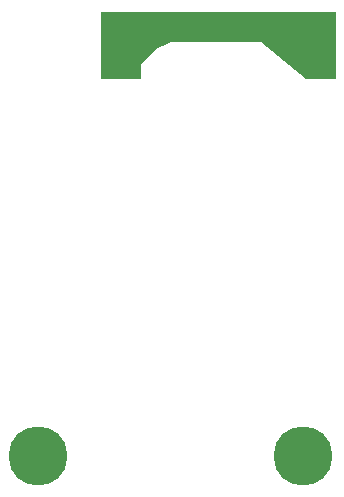
<source format=gbs>
G04 Layer: BottomSolderMaskLayer*
G04 EasyEDA v6.5.54, 2026-02-02 14:17:09*
G04 bcfb6501049744fd9474f124fab8c73b,b56bf7277742442884ecbff68b5c164c,10*
G04 Gerber Generator version 0.2*
G04 Scale: 100 percent, Rotated: No, Reflected: No *
G04 Dimensions in millimeters *
G04 leading zeros omitted , absolute positions ,4 integer and 5 decimal *
%FSLAX45Y45*%
%MOMM*%

%ADD10C,5.0000*%
%ADD11C,0.0160*%

%LPD*%
G36*
X800100Y4000500D02*
G01*
X800100Y3429000D01*
X1143000Y3429000D01*
X1143000Y3556000D01*
X1270000Y3683000D01*
X1397000Y3746500D01*
X2159000Y3746500D01*
X2540000Y3429000D01*
X2794000Y3429000D01*
X2794000Y4000500D01*
G37*
D10*
G01*
X2514594Y241300D03*
G01*
X266700Y241300D03*
M02*

</source>
